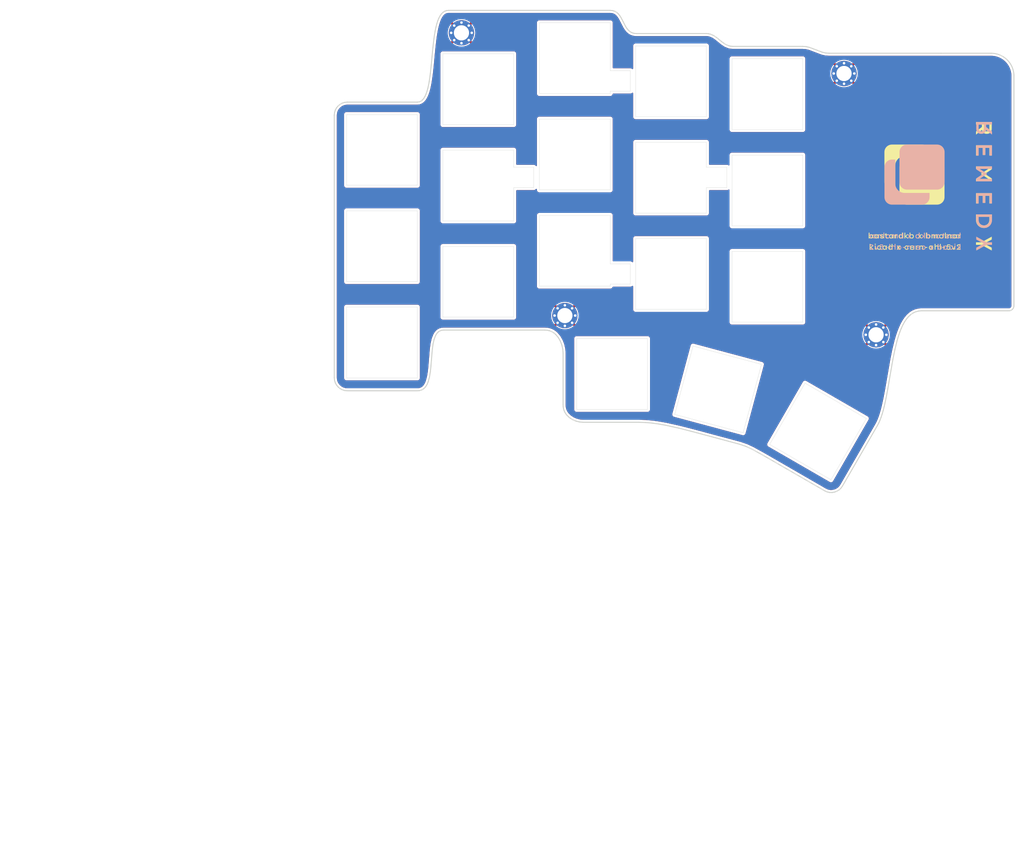
<source format=kicad_pcb>
(kicad_pcb (version 20240108) (generator "pcbnew") (generator_version "8.0")
  (title_block (title "dilemma") (rev "2") (company "bastardkb"))
  (layers (0 "F.Cu" signal) (31 "B.Cu" signal) (34 "B.Paste" user) (35 "F.Paste" user) (36 "B.SilkS" user "B.Silkscreen") (37 "F.SilkS" user "F.Silkscreen") (38 "B.Mask" user) (39 "F.Mask" user) (44 "Edge.Cuts" user))
  (net 0 "")
  (net 1 "GND")
  (footprint "local-libraries:MountingHole_3mm_Pad_Via" (layer "F.Cu") (at 137.538808 30.6525)
    (property "Reference" "H101" (hide yes))
    (property "Value" "NA_M4")
    (pad "1" thru_hole circle (at -2.025 0) (size 0.8 0.8) (drill 0.5) (layers "*.Cu" "*.Mask") (net 1 "GND"))
    (pad "1" thru_hole circle (at -1.431891 -1.431891) (size 0.8 0.8) (drill 0.5) (layers "*.Cu" "*.Mask") (net 1 "GND"))
    (pad "1" thru_hole circle (at -1.431891 1.431891) (size 0.8 0.8) (drill 0.5) (layers "*.Cu" "*.Mask") (net 1 "GND"))
    (pad "1" thru_hole circle (at 0 -2.025) (size 0.8 0.8) (drill 0.5) (layers "*.Cu" "*.Mask") (net 1 "GND"))
    (pad "1" thru_hole circle (at 0 0) (size 5 5) (drill 3) (layers "*.Cu" "*.Mask") (net 1 "GND"))
    (pad "1" thru_hole circle (at 0 2.025) (size 0.8 0.8) (drill 0.5) (layers "*.Cu" "*.Mask") (net 1 "GND"))
    (pad "1" thru_hole circle (at 1.431891 -1.431891) (size 0.8 0.8) (drill 0.5) (layers "*.Cu" "*.Mask") (net 1 "GND"))
    (pad "1" thru_hole circle (at 1.431891 1.431891) (size 0.8 0.8) (drill 0.5) (layers "*.Cu" "*.Mask") (net 1 "GND"))
    (pad "1" thru_hole circle (at 2.025 0) (size 0.8 0.8) (drill 0.5) (layers "*.Cu" "*.Mask") (net 1 "GND"))
  )
  (footprint "local-libraries:MountingHole_3mm_Pad_Via" (layer "F.Cu") (at 219.288808 90.2225)
    (property "Reference" "H102" (hide yes))
    (property "Value" "NA_M4")
    (pad "1" thru_hole circle (at -2.025 0) (size 0.8 0.8) (drill 0.5) (layers "*.Cu" "*.Mask") (net 1 "GND"))
    (pad "1" thru_hole circle (at -1.431891 -1.431891) (size 0.8 0.8) (drill 0.5) (layers "*.Cu" "*.Mask") (net 1 "GND"))
    (pad "1" thru_hole circle (at -1.431891 1.431891) (size 0.8 0.8) (drill 0.5) (layers "*.Cu" "*.Mask") (net 1 "GND"))
    (pad "1" thru_hole circle (at 0 -2.025) (size 0.8 0.8) (drill 0.5) (layers "*.Cu" "*.Mask") (net 1 "GND"))
    (pad "1" thru_hole circle (at 0 0) (size 5 5) (drill 3) (layers "*.Cu" "*.Mask") (net 1 "GND"))
    (pad "1" thru_hole circle (at 0 2.025) (size 0.8 0.8) (drill 0.5) (layers "*.Cu" "*.Mask") (net 1 "GND"))
    (pad "1" thru_hole circle (at 1.431891 -1.431891) (size 0.8 0.8) (drill 0.5) (layers "*.Cu" "*.Mask") (net 1 "GND"))
    (pad "1" thru_hole circle (at 1.431891 1.431891) (size 0.8 0.8) (drill 0.5) (layers "*.Cu" "*.Mask") (net 1 "GND"))
    (pad "1" thru_hole circle (at 2.025 0) (size 0.8 0.8) (drill 0.5) (layers "*.Cu" "*.Mask") (net 1 "GND"))
  )
  (footprint "local-libraries:MountingHole_3mm_Pad_Via" (layer "F.Cu") (at 212.968796 38.671818)
    (property "Reference" "H108" (hide yes))
    (property "Value" "NA_M4")
    (pad "1" thru_hole circle (at -2.025 0) (size 0.8 0.8) (drill 0.5) (layers "*.Cu" "*.Mask") (net 1 "GND"))
    (pad "1" thru_hole circle (at -1.431891 -1.431891) (size 0.8 0.8) (drill 0.5) (layers "*.Cu" "*.Mask") (net 1 "GND"))
    (pad "1" thru_hole circle (at -1.431891 1.431891) (size 0.8 0.8) (drill 0.5) (layers "*.Cu" "*.Mask") (net 1 "GND"))
    (pad "1" thru_hole circle (at 0 -2.025) (size 0.8 0.8) (drill 0.5) (layers "*.Cu" "*.Mask") (net 1 "GND"))
    (pad "1" thru_hole circle (at 0 0) (size 5 5) (drill 3) (layers "*.Cu" "*.Mask") (net 1 "GND"))
    (pad "1" thru_hole circle (at 0 2.025) (size 0.8 0.8) (drill 0.5) (layers "*.Cu" "*.Mask") (net 1 "GND"))
    (pad "1" thru_hole circle (at 1.431891 -1.431891) (size 0.8 0.8) (drill 0.5) (layers "*.Cu" "*.Mask") (net 1 "GND"))
    (pad "1" thru_hole circle (at 1.431891 1.431891) (size 0.8 0.8) (drill 0.5) (layers "*.Cu" "*.Mask") (net 1 "GND"))
    (pad "1" thru_hole circle (at 2.025 0) (size 0.8 0.8) (drill 0.5) (layers "*.Cu" "*.Mask") (net 1 "GND"))
  )
  (footprint "0xB2_drawings:LP602945-PCM-LD-A14348" (layer "F.Cu") (at 216.062871 159.789552 -75)
    (property "Reference" "BT5001" (hide yes))
    (property "Value" "Battery")
  )
  (footprint "local-libraries:dilemma_text" (layer "F.Cu") (at 229.968798 60.921819)
    (property "Reference" "REF**" (hide yes))
    (property "Value" "dilemma_text" (hide yes))
  )
  (footprint "local-libraries:MountingHole_3mm_Pad_Via" (layer "F.Cu") (at 157.926917 86.428109)
    (property "Reference" "H104" (hide yes))
    (property "Value" "NA_M4")
    (pad "1" thru_hole circle (at -2.025 0) (size 0.8 0.8) (drill 0.5) (layers "*.Cu" "*.Mask") (net 1 "GND"))
    (pad "1" thru_hole circle (at -1.431891 -1.431891) (size 0.8 0.8) (drill 0.5) (layers "*.Cu" "*.Mask") (net 1 "GND"))
    (pad "1" thru_hole circle (at -1.431891 1.431891) (size 0.8 0.8) (drill 0.5) (layers "*.Cu" "*.Mask") (net 1 "GND"))
    (pad "1" thru_hole circle (at 0 -2.025) (size 0.8 0.8) (drill 0.5) (layers "*.Cu" "*.Mask") (net 1 "GND"))
    (pad "1" thru_hole circle (at 0 0) (size 5 5) (drill 3) (layers "*.Cu" "*.Mask") (net 1 "GND"))
    (pad "1" thru_hole circle (at 0 2.025) (size 0.8 0.8) (drill 0.5) (layers "*.Cu" "*.Mask") (net 1 "GND"))
    (pad "1" thru_hole circle (at 1.431891 -1.431891) (size 0.8 0.8) (drill 0.5) (layers "*.Cu" "*.Mask") (net 1 "GND"))
    (pad "1" thru_hole circle (at 1.431891 1.431891) (size 0.8 0.8) (drill 0.5) (layers "*.Cu" "*.Mask") (net 1 "GND"))
    (pad "1" thru_hole circle (at 2.025 0) (size 0.8 0.8) (drill 0.5) (layers "*.Cu" "*.Mask") (net 1 "GND"))
  )
  (footprint "local-libraries:SW_Kailh_Choc_V2_1.00u_plate_cutout" (layer "B.Cu") (at 121.863808 72.7475 180)
    (property "Reference" "SW102" (hide yes))
    (property "Value" "NA_SW_Push" (hide yes))
    (fp_line (start 6.975 6.975) (end -6.975 6.975) (stroke (width 0.05)) (layer "Edge.Cuts"))
    (fp_line (start 6.975 -6.975) (end 6.975 6.975) (stroke (width 0.05)) (layer "Edge.Cuts"))
    (fp_line (start -6.975 6.975) (end -6.975 -6.975) (stroke (width 0.05)) (layer "Edge.Cuts"))
    (fp_line (start -6.975 -6.975) (end 6.975 -6.975) (stroke (width 0.05)) (layer "Edge.Cuts"))
  )
  (footprint "local-libraries:SW_Kailh_Choc_V2_1.00u_plate_cutout" (layer "B.Cu") (at 178.863808 40.2225 180)
    (property "Reference" "SW112" (hide yes))
    (property "Value" "NA_SW_Push" (hide yes))
    (fp_line (start 6.975 6.975) (end -6.975 6.975) (stroke (width 0.05)) (layer "Edge.Cuts"))
    (fp_line (start 6.975 -6.975) (end 6.975 6.975) (stroke (width 0.05)) (layer "Edge.Cuts"))
    (fp_line (start -6.975 6.975) (end -6.975 -6.975) (stroke (width 0.05)) (layer "Edge.Cuts"))
    (fp_line (start -6.975 -6.975) (end 6.975 -6.975) (stroke (width 0.05)) (layer "Edge.Cuts"))
  )
  (footprint "local-libraries:SW_Kailh_Choc_V2_1.00u_plate_cutout" (layer "B.Cu") (at 140.863808 79.7725 180)
    (property "Reference" "SW106" (hide yes))
    (property "Value" "NA_SW_Push" (hide yes))
    (fp_line (start 6.975 6.975) (end -6.975 6.975) (stroke (width 0.05)) (layer "Edge.Cuts"))
    (fp_line (start 6.975 -6.975) (end 6.975 6.975) (stroke (width 0.05)) (layer "Edge.Cuts"))
    (fp_line (start -6.975 6.975) (end -6.975 -6.975) (stroke (width 0.05)) (layer "Edge.Cuts"))
    (fp_line (start -6.975 -6.975) (end 6.975 -6.975) (stroke (width 0.05)) (layer "Edge.Cuts"))
  )
  (footprint "local-libraries:SW_Kailh_Choc_V2_1.00u_plate_cutout" (layer "B.Cu") (at 197.863808 61.7475 180)
    (property "Reference" "SW116" (hide yes))
    (property "Value" "NA_SW_Push" (hide yes))
    (fp_line (start 6.975 6.975) (end -6.975 6.975) (stroke (width 0.05)) (layer "Edge.Cuts"))
    (fp_line (start 6.975 -6.975) (end 6.975 6.975) (stroke (width 0.05)) (layer "Edge.Cuts"))
    (fp_line (start -6.975 6.975) (end -6.975 -6.975) (stroke (width 0.05)) (layer "Edge.Cuts"))
    (fp_line (start -6.975 -6.975) (end 6.975 -6.975) (stroke (width 0.05)) (layer "Edge.Cuts"))
  )
  (footprint "local-libraries:SW_Kailh_Choc_V2_1.00u_plate_cutout" (layer "B.Cu") (at 207.838808 109.2975 150)
    (property "Reference" "SW119" (hide yes))
    (property "Value" "NA_SW_Push" (hide yes))
    (fp_line (start 6.975 -6.975) (end 6.975 6.975) (stroke (width 0.05)) (layer "Edge.Cuts"))
    (fp_line (start 6.975 6.975) (end -6.975 6.975) (stroke (width 0.05)) (layer "Edge.Cuts"))
    (fp_line (start -6.975 -6.975) (end 6.975 -6.975) (stroke (width 0.05)) (layer "Edge.Cuts"))
    (fp_line (start -6.975 6.975) (end -6.975 -6.975) (stroke (width 0.05)) (layer "Edge.Cuts"))
  )
  (footprint "local-libraries:SW_Kailh_Choc_V2_1.00u_plate_cutout" (layer "B.Cu") (at 140.863808 41.7725 180)
    (property "Reference" "SW104" (hide yes))
    (property "Value" "NA_SW_Push" (hide yes))
    (fp_line (start 6.975 6.975) (end -6.975 6.975) (stroke (width 0.05)) (layer "Edge.Cuts"))
    (fp_line (start 6.975 -6.975) (end 6.975 6.975) (stroke (width 0.05)) (layer "Edge.Cuts"))
    (fp_line (start -6.975 6.975) (end -6.975 -6.975) (stroke (width 0.05)) (layer "Edge.Cuts"))
    (fp_line (start -6.975 -6.975) (end 6.975 -6.975) (stroke (width 0.05)) (layer "Edge.Cuts"))
  )
  (footprint "local-libraries:SW_Kailh_Choc_V2_1.00u_plate_cutout" (layer "B.Cu") (at 197.863808 80.7475 180)
    (property "Reference" "SW117" (hide yes))
    (property "Value" "NA_SW_Push" (hide yes))
    (fp_line (start 6.975 6.975) (end -6.975 6.975) (stroke (width 0.05)) (layer "Edge.Cuts"))
    (fp_line (start 6.975 -6.975) (end 6.975 6.975) (stroke (width 0.05)) (layer "Edge.Cuts"))
    (fp_line (start -6.975 6.975) (end -6.975 -6.975) (stroke (width 0.05)) (layer "Edge.Cuts"))
    (fp_line (start -6.975 -6.975) (end 6.975 -6.975) (stroke (width 0.05)) (layer "Edge.Cuts"))
  )
  (footprint "local-libraries:SW_Kailh_Choc_V2_1.00u_plate_cutout" (layer "B.Cu") (at 121.863808 53.7475 180)
    (property "Reference" "SW101" (hide yes))
    (property "Value" "NA_SW_Push" (hide yes))
    (fp_line (start 6.975 6.975) (end -6.975 6.975) (stroke (width 0.05)) (layer "Edge.Cuts"))
    (fp_line (start 6.975 -6.975) (end 6.975 6.975) (stroke (width 0.05)) (layer "Edge.Cuts"))
    (fp_line (start -6.975 6.975) (end -6.975 -6.975) (stroke (width 0.05)) (layer "Edge.Cuts"))
    (fp_line (start -6.975 -6.975) (end 6.975 -6.975) (stroke (width 0.05)) (layer "Edge.Cuts"))
  )
  (footprint "local-libraries:SW_Kailh_Choc_V2_1.00u_plate_cutout" (layer "B.Cu") (at 178.863808 78.2225 180)
    (property "Reference" "SW114" (hide yes))
    (property "Value" "NA_SW_Push" (hide yes))
    (fp_line (start 6.975 6.975) (end -6.975 6.975) (stroke (width 0.05)) (layer "Edge.Cuts"))
    (fp_line (start 6.975 -6.975) (end 6.975 6.975) (stroke (width 0.05)) (layer "Edge.Cuts"))
    (fp_line (start -6.975 6.975) (end -6.975 -6.975) (stroke (width 0.05)) (layer "Edge.Cuts"))
    (fp_line (start -6.975 -6.975) (end 6.975 -6.975) (stroke (width 0.05)) (layer "Edge.Cuts"))
  )
  (footprint "local-libraries:SW_Kailh_Choc_V2_1.00u_plate_cutout" (layer "B.Cu") (at 159.888808 54.6475 180)
    (property "Reference" "SW108" (hide yes))
    (property "Value" "NA_SW_Push" (hide yes))
    (fp_line (start 6.975 6.975) (end -6.975 6.975) (stroke (width 0.05)) (layer "Edge.Cuts"))
    (fp_line (start 6.975 -6.975) (end 6.975 6.975) (stroke (width 0.05)) (layer "Edge.Cuts"))
    (fp_line (start -6.975 6.975) (end -6.975 -6.975) (stroke (width 0.05)) (layer "Edge.Cuts"))
    (fp_line (start -6.975 -6.975) (end 6.975 -6.975) (stroke (width 0.05)) (layer "Edge.Cuts"))
  )
  (footprint "local-libraries:SW_Kailh_Choc_V2_1.00u_plate_cutout" (layer "B.Cu") (at 121.863808 91.7475 180)
    (property "Reference" "SW103" (hide yes))
    (property "Value" "NA_SW_Push" (hide yes))
    (fp_line (start 6.975 6.975) (end -6.975 6.975) (stroke (width 0.05)) (layer "Edge.Cuts"))
    (fp_line (start 6.975 -6.975) (end 6.975 6.975) (stroke (width 0.05)) (layer "Edge.Cuts"))
    (fp_line (start -6.975 6.975) (end -6.975 -6.975) (stroke (width 0.05)) (layer "Edge.Cuts"))
    (fp_line (start -6.975 -6.975) (end 6.975 -6.975) (stroke (width 0.05)) (layer "Edge.Cuts"))
  )
  (footprint "local-libraries:SW_Kailh_Choc_V2_1.00u_plate_cutout" (layer "B.Cu") (at 167.238808 97.96 180)
    (property "Reference" "SW3001" (hide yes))
    (property "Value" "NA_SW_Push" (hide yes))
    (fp_line (start 6.975 6.975) (end -6.975 6.975) (stroke (width 0.05)) (layer "Edge.Cuts"))
    (fp_line (start 6.975 -6.975) (end 6.975 6.975) (stroke (width 0.05)) (layer "Edge.Cuts"))
    (fp_line (start -6.975 6.975) (end -6.975 -6.975) (stroke (width 0.05)) (layer "Edge.Cuts"))
    (fp_line (start -6.975 -6.975) (end 6.975 -6.975) (stroke (width 0.05)) (layer "Edge.Cuts"))
  )
  (footprint "local-libraries:SW_Kailh_Choc_V2_1.00u_plate_cutout" (layer "B.Cu") (at 188.138808 100.9975 165)
    (property "Reference" "SW118" (hide yes))
    (property "Value" "NA_SW_Push" (hide yes))
    (fp_line (start 6.974999 -6.975) (end 6.975 6.974999) (stroke (width 0.05)) (layer "Edge.Cuts"))
    (fp_line (start 6.975 6.974999) (end -6.974999 6.975) (stroke (width 0.05)) (layer "Edge.Cuts"))
    (fp_line (start -6.975 -6.974999) (end 6.974999 -6.975) (stroke (width 0.05)) (layer "Edge.Cuts"))
    (fp_line (start -6.974999 6.975) (end -6.975 -6.974999) (stroke (width 0.05)) (layer "Edge.Cuts"))
  )
  (footprint "local-libraries:SW_Kailh_Choc_V2_1.00u_plate_cutout" (layer "B.Cu") (at 197.863808 42.7475 180)
    (property "Reference" "SW115" (hide yes))
    (property "Value" "NA_SW_Push" (hide yes))
    (fp_line (start 6.975 6.975) (end -6.975 6.975) (stroke (width 0.05)) (layer "Edge.Cuts"))
    (fp_line (start 6.975 -6.975) (end 6.975 6.975) (stroke (width 0.05)) (layer "Edge.Cuts"))
    (fp_line (start -6.975 6.975) (end -6.975 -6.975) (stroke (width 0.05)) (layer "Edge.Cuts"))
    (fp_line (start -6.975 -6.975) (end 6.975 -6.975) (stroke (width 0.05)) (layer "Edge.Cuts"))
  )
  (gr_line (start 166.868798 76.2325) (end 166.868798 66.6725) (stroke (width 0.05)) (layer "Edge.Cuts"))
  (gr_line (start 131.609897 95.281467) (end 131.799312 93.017475) (stroke (width 0.2)) (layer "Edge.Cuts"))
  (gr_line (start 130.899102 41.620732) (end 131.047873 40.960231) (stroke (width 0.2)) (layer "Edge.Cuts"))
  (gr_line (start 129.222453 101.239072) (end 129.573001 101.150067) (stroke (width 0.2)) (layer "Edge.Cuts"))
  (gr_line (start 221.594328 100.913514) (end 221.919906 99.012586) (stroke (width 0.2)) (layer "Edge.Cuts"))
  (gr_line (start 185.838798 61.1825) (end 185.838798 66.1975) (stroke (width 0.05)) (layer "Edge.Cuts"))
  (gr_line (start 157.574848 104.016277) (end 157.597033 104.427042) (stroke (width 0.2)) (layer "Edge.Cuts"))
  (gr_line (start 128.835503 101.268882) (end 115.035683 101.268882) (stroke (width 0.2)) (layer "Edge.Cuts"))
  (gr_line (start 157.327505 92.227359) (end 157.511737 93.02951) (stroke (width 0.2)) (layer "Edge.Cuts"))
  (gr_line (start 157.770102 105.163269) (end 157.916015 105.490789) (stroke (width 0.2)) (layer "Edge.Cuts"))
  (gr_line (start 156.634356 90.776229) (end 157.032302 91.469447) (stroke (width 0.2)) (layer "Edge.Cuts"))
  (gr_line (start 172.035569 30.794032) (end 171.549723 30.748638) (stroke (width 0.2)) (layer "Edge.Cuts"))
  (gr_line (start 157.662806 104.809074) (end 157.770102 105.163269) (stroke (width 0.2)) (layer "Edge.Cuts"))
  (gr_line (start 207.428056 33.998942) (end 208.69377 34.476125) (stroke (width 0.2)) (layer "Edge.Cuts"))
  (gr_line (start 223.953686 89.730766) (end 224.24748 88.980574) (stroke (width 0.2)) (layer "Edge.Cuts"))
  (gr_line (start 167.772607 26.398136) (end 167.34642 26.264378) (stroke (width 0.2)) (layer "Edge.Cuts"))
  (gr_line (start 147.838798 57.1825) (end 147.838798 53.7975) (stroke (width 0.05)) (layer "Edge.Cuts"))
  (gr_line (start 170.148003 29.764793) (end 169.897061 29.371478) (stroke (width 0.2)) (layer "Edge.Cuts"))
  (gr_line (start 225.290757 87.104272) (end 225.699308 86.62242) (stroke (width 0.2)) (layer "Edge.Cuts"))
  (gr_line (start 153.96835 89.294052) (end 154.407689 89.320872) (stroke (width 0.2)) (layer "Edge.Cuts"))
  (gr_line (start 168.828808 80.2325) (end 166.868798 80.2325) (stroke (width 0.05)) (layer "Edge.Cuts"))
  (gr_line (start 133.69312 89.323862) (end 134.035645 89.294052) (stroke (width 0.2)) (layer "Edge.Cuts"))
  (gr_line (start 151.778808 61.1825) (end 151.778808 57.1825) (stroke (width 0.05)) (layer "Edge.Cuts"))
  (gr_line (start 187.878808 61.1825) (end 185.838798 61.1825) (stroke (width 0.05)) (layer "Edge.Cuts"))
  (gr_line (start 128.835503 44.319024) (end 129.192679 44.273966) (stroke (width 0.2)) (layer "Edge.Cuts"))
  (gr_line (start 170.828808 38.1325) (end 170.828808 42.1325) (stroke (width 0.05)) (layer "Edge.Cuts"))
  (gr_line (start 168.828808 76.2325) (end 170.828808 76.2325) (stroke (width 0.05)) (layer "Edge.Cuts"))
  (gr_line (start 158.097207 105.792817) (end 158.310185 106.07039) (stroke (width 0.2)) (layer "Edge.Cuts"))
  (gr_line (start 152.913808 66.6725) (end 166.868798 66.6725) (stroke (width 0.05)) (layer "Edge.Cuts"))
  (gr_line (start 152.913808 28.6725) (end 152.913808 42.6225) (stroke (width 0.05)) (layer "Edge.Cuts"))
  (gr_line (start 168.143611 26.613624) (end 167.772607 26.398136) (stroke (width 0.2)) (layer "Edge.Cuts"))
  (gr_line (start 114.50145 44.371797) (end 114.020175 44.524289) (stroke (width 0.2)) (layer "Edge.Cuts"))
  (gr_line (start 114.50145 44.371797) (end 115.035683 44.319024) (stroke (width 0.2)) (layer "Edge.Cuts"))
  (gr_line (start 131.742335 35.269004) (end 131.909805 33.526759) (stroke (width 0.2)) (layer "Edge.Cuts"))
  (gr_line (start 226.618395 85.903503) (end 227.131801 85.67417) (stroke (width 0.2)) (layer "Edge.Cuts"))
  (gr_line (start 171.888808 52.2475) (end 185.838808 52.2475) (stroke (width 0.05)) (layer "Edge.Cuts"))
  (gr_line (start 166.860573 26.218984) (end 134.96835 26.218984) (stroke (width 0.2)) (layer "Edge.Cuts"))
  (gr_line (start 152.913808 28.6725) (end 166.868798 28.6725) (stroke (width 0.05)) (layer "Edge.Cuts"))
  (gr_arc (start 246.470773 84.488994) (mid 246.177873 85.196088) (end 245.470773 85.488974) (stroke (width 0.2)) (layer "Edge.Cuts"))
  (gr_line (start 191.035531 33.319046) (end 204.835605 33.319046) (stroke (width 0.2)) (layer "Edge.Cuts"))
  (gr_line (start 112.460753 46.893954) (end 112.460753 98.693952) (stroke (width 0.2)) (layer "Edge.Cuts"))
  (gr_line (start 186.213826 30.819085) (end 186.57247 30.892907) (stroke (width 0.2)) (layer "Edge.Cuts"))
  (gr_line (start 129.887868 101.003069) (end 130.168189 100.799967) (stroke (width 0.2)) (layer "Edge.Cuts"))
  (gr_line (start 168.828808 76.2325) (end 166.868798 76.2325) (stroke (width 0.05)) (layer "Edge.Cuts"))
  (gr_line (start 166.868798 38.1325) (end 166.868798 28.6725) (stroke (width 0.05)) (layer "Edge.Cuts"))
  (gr_line (start 131.227379 98.57493) (end 131.400203 97.545459) (stroke (width 0.2)) (layer "Edge.Cuts"))
  (gr_line (start 171.123536 30.61488) (end 170.752532 30.399392) (stroke (width 0.2)) (layer "Edge.Cuts"))
  (gr_line (start 219.818976 107.626499) (end 220.058544 107.086712) (stroke (width 0.2)) (layer "Edge.Cuts"))
  (gr_line (start 156.136043 90.1764) (end 156.634356 90.776229) (stroke (width 0.2)) (layer "Edge.Cuts"))
  (gr_line (start 129.816342 43.917245) (end 130.084461 43.610255) (stroke (width 0.2)) (layer "Edge.Cuts"))
  (gr_line (start 157.574848 93.863965) (end 157.574848 104.016277) (stroke (width 0.2)) (layer "Edge.Cuts"))
  (gr_line (start 155.848053 89.922348) (end 156.136043 90.1764) (stroke (width 0.2)) (layer "Edge.Cuts"))
  (gr_line (start 168.466068 26.901016) (end 168.143611 26.613624) (stroke (width 0.2)) (layer "Edge.Cuts"))
  (gr_line (start 131.179126 40.247096) (end 131.399003 38.691044) (stroke (width 0.2)) (layer "Edge.Cuts"))
  (gr_arc (start 241.970753 34.678833) (mid 245.086771 35.930002) (end 246.471666 38.988933) (stroke (width 0.2)) (layer "Edge.Cuts"))
  (gr_line (start 185.838808 52.2475) (end 185.838808 57.1825) (stroke (width 0.05)) (layer "Edge.Cuts"))
  (gr_line (start 132.645353 90.019681) (end 132.861086 89.762967) (stroke (width 0.2)) (layer "Edge.Cuts"))
  (gr_line (start 171.888808 66.1975) (end 171.888808 52.2475) (stroke (width 0.05)) (layer "Edge.Cuts"))
  (gr_line (start 168.828808 42.1325) (end 166.868798 42.1325) (stroke (width 0.05)) (layer "Edge.Cuts"))
  (gr_line (start 115.035683 44.319024) (end 128.835503 44.319024) (stroke (width 0.2)) (layer "Edge.Cuts"))
  (gr_line (start 220.058544 107.086712) (end 220.285382 106.488055) (stroke (width 0.2)) (layer "Edge.Cuts"))
  (gr_line (start 114.50145 101.216108) (end 115.035683 101.268882) (stroke (width 0.2)) (layer "Edge.Cuts"))
  (gr_line (start 130.978247 99.483715) (end 131.227379 98.57493) (stroke (width 0.2)) (layer "Edge.Cuts"))
  (gr_line (start 112.460753 98.693952) (end 112.513527 99.228185) (stroke (width 0.2)) (layer "Edge.Cuts"))
  (gr_line (start 180.403412 108.640558) (end 183.00526 109.303158) (stroke (width 0.2)) (layer "Edge.Cuts"))
  (gr_line (start 147.838808 67.7475) (end 147.838798 61.1825) (stroke (width 0.05)) (layer "Edge.Cuts"))
  (gr_line (start 160.813249 107.421347) (end 161.598525 107.484301) (stroke (width 0.2)) (layer "Edge.Cuts"))
  (gr_line (start 128.835503 101.268882) (end 129.222453 101.239072) (stroke (width 0.2)) (layer "Edge.Cuts"))
  (gr_line (start 132.21846 31.049721) (end 132.104233 31.846964) (stroke (width 0.2)) (layer "Edge.Cuts"))
  (gr_line (start 132.104233 31.846964) (end 131.909805 33.526759) (stroke (width 0.2)) (layer "Edge.Cuts"))
  (gr_line (start 226.141333 86.220756) (end 226.618395 85.903503) (stroke (width 0.2)) (layer "Edge.Cuts"))
  (gr_line (start 130.818314 99.881492) (end 130.978247 99.483715) (stroke (width 0.2)) (layer "Edge.Cuts"))
  (gr_line (start 168.828808 38.1325) (end 170.828808 38.1325) (stroke (width 0.05)) (layer "Edge.Cuts"))
  (gr_line (start 175.14642 107.644768) (end 176.470357 107.829156) (stroke (width 0.2)) (layer "Edge.Cuts"))
  (gr_line (start 220.500122 105.832727) (end 220.703611 105.123643) (stroke (width 0.2)) (layer "Edge.Cuts"))
  (gr_line (start 168.999082 27.641538) (end 168.74814 27.248223) (stroke (width 0.2)) (layer "Edge.Cuts"))
  (gr_line (start 220.285382 106.488055) (end 220.500122 105.832727) (stroke (width 0.2)) (layer "Edge.Cuts"))
  (gr_line (start 129.192679 44.273966) (end 129.519414 44.139434) (stroke (width 0.2)) (layer "Edge.Cuts"))
  (gr_line (start 170.430075 30.111999) (end 170.148003 29.764793) (stroke (width 0.2)) (layer "Edge.Cuts"))
  (gr_line (start 131.399003 38.691044) (end 131.579487 37.011249) (stroke (width 0.2)) (layer "Edge.Cuts"))
  (gr_line (start 134.96835 26.218984) (end 134.570504 26.264042) (stroke (width 0.2)) (layer "Edge.Cuts"))
  (gr_line (start 154.407689 89.320872) (end 154.814053 89.400319) (stroke (width 0.2)) (layer "Edge.Cuts"))
  (gr_line (start 114.020175 44.524289) (end 113.591347 44.763551) (stroke (width 0.2)) (layer "Edge.Cuts"))
  (gr_line (start 209.14873 120.999447) (end 197.197522 114.099537) (stroke (width 0.2)) (layer "Edge.Cuts"))
  (gr_line (start 131.799312 93.017475) (end 131.946448 91.988004) (stroke (width 0.2)) (layer "Edge.Cuts"))
  (gr_line (start 154.814053 89.400319) (end 155.188564 89.529703) (stroke (width 0.2)) (layer "Edge.Cuts"))
  (gr_line (start 112.905281 45.449617) (end 112.666018 45.878446) (stroke (width 0.2)) (layer "Edge.Cuts"))
  (gr_line (start 152.913808 42.6225) (end 166.863808 42.6225) (stroke (width 0.05)) (layer "Edge.Cuts"))
  (gr_line (start 223.68322 90.533149) (end 223.953686 89.730766) (stroke (width 0.2)) (layer "Edge.Cuts"))
  (gr_line (start 130.415456 100.543253) (end 130.631476 100.235943) (stroke (width 0.2)) (layer "Edge.Cuts"))
  (gr_line (start 134.570504 26.264042) (end 134.206107 26.398574) (stroke (width 0.2)) (layer "Edge.Cuts"))
  (gr_line (start 186.57247 30.892907) (end 187.237713 31.170452) (stroke (width 0.2)) (layer "Edge.Cuts"))
  (gr_line (start 112.513527 46.359721) (end 112.460753 46.893954) (stroke (width 0.2)) (layer "Edge.Cuts"))
  (gr_line (start 209.346442 34.625591) (end 210.020507 34.678838) (stroke (width 0.2)) (layer "Edge.Cuts"))
  (gr_line (start 168.828808 42.1325) (end 170.828808 42.1325) (stroke (width 0.05)) (layer "Edge.Cuts"))
  (gr_line (start 228.27128 85.488974) (end 245.470773 85.488974) (stroke (width 0.2)) (layer "Edge.Cuts"))
  (gr_line (start 133.305134 27.315777) (end 133.06435 27.780278) (stroke (width 0.2)) (layer "Edge.Cuts"))
  (gr_line (start 130.325087 43.222231) (end 130.539816 42.75773) (stroke (width 0.2)) (layer "Edge.Cuts"))
  (gr_line (start 171.549723 30.748638) (end 171.123536 30.61488) (stroke (width 0.2)) (layer "Edge.Cuts"))
  (gr_line (start 129.519414 44.139434) (end 129.816342 43.917245) (stroke (width 0.2)) (layer "Edge.Cuts"))
  (gr_line (start 157.511737 93.02951) (end 157.574848 93.863965) (stroke (width 0.2)) (layer "Edge.Cuts"))
  (gr_line (start 157.032302 91.469447) (end 157.327505 92.227359) (stroke (width 0.2)) (layer "Edge.Cuts"))
  (gr_line (start 149.778808 57.1825) (end 151.778808 57.1825) (stroke (width 0.05)) (layer "Edge.Cuts"))
  (gr_line (start 189.878808 57.18284) (end 189.878808 61.182159) (stroke (width 0.05)) (layer "Edge.Cuts"))
  (gr_line (start 158.81794 106.554893) (end 159.415125 106.945796) (stroke (width 0.2)) (layer "Edge.Cuts"))
  (gr_line (start 130.539816 42.75773) (end 130.730479 42.221974) (stroke (width 0.2)) (layer "Edge.Cuts"))
  (gr_line (start 132.457792 90.326991) (end 132.645353 90.019681) (stroke (width 0.2)) (layer "Edge.Cuts"))
  (gr_line (start 187.850409 31.579153) (end 188.435587 32.056539) (stroke (width 0.2)) (layer "Edge.Cuts"))
  (gr_line (start 152.913808 66.6725) (end 152.913808 80.6225) (stroke (width 0.05)) (layer "Edge.Cuts"))
  (gr_line (start 132.494347 29.577776) (end 132.347628 30.290912) (stroke (width 0.2)) (layer "Edge.Cuts"))
  (gr_line (start 130.168189 100.799967) (end 130.415456 100.543253) (stroke (width 0.2)) (layer "Edge.Cuts"))
  (gr_line (start 173.812985 107.525742) (end 175.14642 107.644768) (stroke (width 0.2)) (layer "Edge.Cuts"))
  (gr_line (start 130.730479 42.221974) (end 130.899102 41.620732) (stroke (width 0.2)) (layer "Edge.Cuts"))
  (gr_line (start 147.838808 67.7475) (end 133.888808 67.7475) (stroke (width 0.05)) (layer "Edge.Cuts"))
  (gr_line (start 187.878808 57.1825) (end 189.878798 57.1825) (stroke (width 0.05)) (layer "Edge.Cuts"))
  (gr_line (start 192.389495 111.81766) (end 193.65381 112.247523) (stroke (width 0.2)) (layer "Edge.Cuts"))
  (gr_line (start 112.666018 99.70946) (end 112.905281 100.138288) (stroke (width 0.2)) (layer "Edge.Cuts"))
  (gr_line (start 220.703611 105.123643) (end 220.896888 104.364352) (stroke (width 0.2)) (layer "Edge.Cuts"))
  (gr_line (start 167.34642 26.264378) (end 166.860573 26.218984) (stroke (width 0.2)) (layer "Edge.Cuts"))
  (gr_line (start 190.298705 33.22017) (end 190.657349 33.293992) (stroke (width 0.2)) (layer "Edge.Cuts"))
  (gr_line (start 223.433796 91.381269) (end 223.68322 90.533149) (stroke (width 0.2)) (layer "Edge.Cuts"))
  (gr_line (start 187.878808 61.1825) (end 189.878798 61.1825) (stroke (width 0.05)) (layer "Edge.Cuts"))
  (gr_line (start 112.666018 45.878446) (end 112.513527 46.359721) (stroke (width 0.2)) (layer "Edge.Cuts"))
  (gr_line (start 177.786737 108.06479) (end 180.403412 108.640558) (stroke (width 0.2)) (layer "Edge.Cuts"))
  (gr_line (start 134.035645 89.294052) (end 153.96835 89.294052) (stroke (width 0.2)) (layer "Edge.Cuts"))
  (gr_line (start 222.600152 95.098079) (end 222.988795 93.188231) (stroke (width 0.2)) (layer "Edge.Cuts"))
  (gr_line (start 112.513527 99.228185) (end 112.666018 99.70946) (stroke (width 0.2)) (layer "Edge.Cuts"))
  (gr_line (start 194.86071 112.807122) (end 197.197522 114.099537) (stroke (width 0.2)) (layer "Edge.Cuts"))
  (gr_line (start 188.435587 32.056539) (end 189.020766 32.533925) (stroke (width 0.2)) (layer "Edge.Cuts"))
  (gr_line (start 189.633462 32.942625) (end 190.298705 33.22017) (stroke (width 0.2)) (layer "Edge.Cuts"))
  (gr_line (start 168.74814 27.248223) (end 168.466068 26.901016) (stroke (width 0.2)) (layer "Edge.Cuts"))
  (gr_line (start 219.566281 108.106026) (end 219.818976 107.626499) (stroke (width 0.2)) (layer "Edge.Cuts"))
  (gr_line (start 155.188564 89.529703) (end 155.532709 89.705199) (stroke (width 0.2)) (layer "Edge.Cuts"))
  (gr_line (start 187.878808 57.1825) (end 185.838798 57.1825) (stroke (width 0.05)) (layer "Edge.Cuts"))
  (gr_line (start 187.237713 31.170452) (end 187.850409 31.579153) (stroke (width 0.2)) (layer "Edge.Cuts"))
  (gr_line (start 211.101693 121.253249) (end 211.558979 121.085521) (stroke (width 0.2)) (layer "Edge.Cuts"))
  (gr_line (start 189.020766 32.533925) (end 189.633462 32.942625) (stroke (width 0.2)) (layer "Edge.Cuts"))
  (gr_line (start 224.566837 88.288823) (end 224.913911 87.661501) (stroke (width 0.2)) (layer "Edge.Cuts"))
  (gr_line (start 193.65381 112.247523) (end 194.86071 112.807122) (stroke (width 0.2)) (layer "Edge.Cuts"))
  (gr_line (start 172.46835 107.484301) (end 173.812985 107.525742) (stroke (width 0.2)) (layer "Edge.Cuts"))
  (gr_line (start 133.06435 27.780278) (end 132.850381 28.316034) (stroke (width 0.2)) (layer "Edge.Cuts"))
  (gr_line (start 220.896888 104.364352) (end 221.25781 102.711976) (stroke (width 0.2)) (layer "Edge.Cuts"))
  (gr_line (start 129.573001 101.150067) (end 129.887868 101.003069) (stroke (width 0.2)) (layer "Edge.Cuts"))
  (gr_line (start 222.988795 93.188231) (end 223.433796 91.381269) (stroke (width 0.2)) (layer "Edge.Cuts"))
  (gr_line (start 130.631476 100.235943) (end 130.818314 99.881492) (stroke (width 0.2)) (layer "Edge.Cuts"))
  (gr_line (start 132.861086 89.762967) (end 133.106727 89.559865) (stroke (width 0.2)) (layer "Edge.Cuts"))
  (gr_line (start 159.415125 106.945796) (end 160.083851 107.238034) (stroke (width 0.2)) (layer "Edge.Cuts"))
  (gr_line (start 168.828808 38.1325) (end 166.868798 38.1325) (stroke (width 0.05)) (layer "Edge.Cuts"))
  (gr_line (start 132.850381 28.316034) (end 132.661132 28.917276) (stroke (width 0.2)) (layer "Edge.Cuts"))
  (gr_line (start 133.38371 89.412867) (end 133.69312 89.323862) (stroke (width 0.2)) (layer "Edge.Cuts"))
  (gr_line (start 132.347628 30.290912) (end 132.21846 31.049721) (stroke (width 0.2)) (layer "Edge.Cuts"))
  (gr_line (start 210.621807 121.336633) (end 211.101693 121.253249) (stroke (width 0.2)) (layer "Edge.Cuts"))
  (gr_line (start 170.752532 30.399392) (end 170.430075 30.111999) (stroke (width 0.2)) (layer "Edge.Cuts"))
  (gr_line (start 185.835643 30.794032) (end 172.035569 30.794032) (stroke (width 0.2)) (layer "Edge.Cuts"))
  (gr_line (start 166.863808 42.6225) (end 166.868798 42.1325) (stroke (width 0.05)) (layer "Edge.Cuts"))
  (gr_line (start 211.980597 120.833782) (end 212.353295 120.493241) (stroke (width 0.2)) (layer "Edge.Cuts"))
  (gr_line (start 149.778808 61.1825) (end 147.838798 61.1825) (stroke (width 0.05)) (layer "Edge.Cuts"))
  (gr_line (start 133.888808 53.7975) (end 147.838798 53.7975) (stroke (width 0.05)) (layer "Edge.Cuts"))
  (gr_line (start 210.130806 121.329426) (end 210.621807 121.336633) (stroke (width 0.2)) (layer "Edge.Cuts"))
  (gr_line (start 219.566281 108.106026) (end 212.666117 120.05698) (stroke (width 0.2)) (layer "Edge.Cuts"))
  (gr_line (start 168.828808 80.2325) (end 170.828808 80.2325) (stroke (width 0.05)) (layer "Edge.Cuts"))
  (gr_line (start 169.448071 28.506508) (end 168.999082 27.641538) (stroke (width 0.2)) (layer "Edge.Cuts"))
  (gr_line (start 161.598525 107.484301) (end 172.46835 107.484301) (stroke (width 0.2)) (layer "Edge.Cuts"))
  (gr_line (start 155.532709 89.705199) (end 155.848053 89.922348) (stroke (width 0.2)) (layer "Edge.Cuts"))
  (gr_line (start 113.217441 45.075711) (end 112.905281 45.449617) (stroke (width 0.2)) (layer "Edge.Cuts"))
  (gr_line (start 212.353295 120.493241) (end 212.666117 120.05698) (stroke (width 0.2)) (layer "Edge.Cuts"))
  (gr_line (start 241.970753 34.678833) (end 232.116748 34.678834) (stroke (width 0.2)) (layer "Edge.Cuts"))
  (gr_line (start 131.519727 96.434121) (end 131.609897 95.281467) (stroke (width 0.2)) (layer "Edge.Cuts"))
  (gr_line (start 185.835643 30.794032) (end 186.213826 30.819085) (stroke (width 0.2)) (layer "Edge.Cuts"))
  (gr_line (start 149.778808 57.1825) (end 147.838798 57.1825) (stroke (width 0.05)) (layer "Edge.Cuts"))
  (gr_line (start 204.835605 33.319046) (end 205.50967 33.372293) (stroke (width 0.2)) (layer "Edge.Cuts"))
  (gr_line (start 112.905281 100.138288) (end 113.217441 100.512195) (stroke (width 0.2)) (layer "Edge.Cuts"))
  (gr_line (start 133.106727 89.559865) (end 133.38371 89.412867) (stroke (width 0.2)) (layer "Edge.Cuts"))
  (gr_line (start 221.25781 102.711976) (end 221.594328 100.913514) (stroke (width 0.2)) (layer "Edge.Cuts"))
  (gr_line (start 131.579487 37.011249) (end 131.742335 35.269004) (stroke (width 0.2)) (layer "Edge.Cuts"))
  (gr_line (start 152.913808 80.6225) (end 166.863808 80.6225) (stroke (width 0.05)) (layer "Edge.Cuts"))
  (gr_line (start 132.159009 91.079219) (end 132.457792 90.326991) (stroke (width 0.2)) (layer "Edge.Cuts"))
  (gr_line (start 170.828808 80.2325) (end 170.828808 76.2325) (stroke (width 0.05)) (layer "Edge.Cuts"))
  (gr_line (start 209.637771 121.220854) (end 210.130806 121.329426) (stroke (width 0.2)) (layer "Edge.Cuts"))
  (gr_line (start 149.778808 61.1825) (end 151.778808 61.1825) (stroke (width 0.05)) (layer "Edge.Cuts"))
  (gr_line (start 133.874496 26.620763) (end 133.57463 26.927753) (stroke (width 0.2)) (layer "Edge.Cuts"))
  (gr_line (start 134.206107 26.398574) (end 133.874496 26.620763) (stroke (width 0.2)) (layer "Edge.Cuts"))
  (gr_line (start 131.946448 91.988004) (end 132.159009 91.079219) (stroke (width 0.2)) (layer "Edge.Cuts"))
  (gr_line (start 157.916015 105.490789) (end 158.097207 105.792817) (stroke (width 0.2)) (layer "Edge.Cuts"))
  (gr_line (start 157.597033 104.427042) (end 157.662806 104.809074) (stroke (width 0.2)) (layer "Edge.Cuts"))
  (gr_line (start 171.888808 66.1975) (end 185.838798 66.1975) (stroke (width 0.05)) (layer "Edge.Cuts"))
  (gr_line (start 130.084461 43.610255) (end 130.325087 43.222231) (stroke (width 0.2)) (layer "Edge.Cuts"))
  (gr_line (start 206.162343 33.521759) (end 207.428056 33.998942) (stroke (width 0.2)) (layer "Edge.Cuts"))
  (gr_line (start 166.863808 80.6225) (end 166.868798 80.2325) (stroke (width 0.05)) (layer "Edge.Cuts"))
  (gr_line (start 133.57463 26.927753) (end 133.305134 27.315777) (stroke (width 0.2)) (layer "Edge.Cuts"))
  (gr_line (start 131.047873 40.960231) (end 131.179126 40.247096) (stroke (width 0.2)) (layer "Edge.Cuts"))
  (gr_line (start 114.020175 101.063617) (end 114.50145 101.216108) (stroke (width 0.2)) (layer "Edge.Cuts"))
  (gr_line (start 190.657349 33.293992) (end 191.035531 33.319046) (stroke (width 0.2)) (layer "Edge.Cuts"))
  (gr_line (start 160.083851 107.238034) (end 160.813249 107.421347) (stroke (width 0.2)) (layer "Edge.Cuts"))
  (gr_line (start 113.217441 100.512195) (end 113.591347 100.824355) (stroke (width 0.2)) (layer "Edge.Cuts"))
  (gr_line (start 131.400203 97.545459) (end 131.519727 96.434121) (stroke (width 0.2)) (layer "Edge.Cuts"))
  (gr_line (start 221.919906 99.012586) (end 222.600152 95.098079) (stroke (width 0.2)) (layer "Edge.Cuts"))
  (gr_line (start 169.897061 29.371478) (end 169.448071 28.506508) (stroke (width 0.2)) (layer "Edge.Cuts"))
  (gr_line (start 208.69377 34.476125) (end 209.346442 34.625591) (stroke (width 0.2)) (layer "Edge.Cuts"))
  (gr_line (start 227.131801 85.67417) (end 227.682549 85.535424) (stroke (width 0.2)) (layer "Edge.Cuts"))
  (gr_line (start 113.591347 100.824355) (end 114.020175 101.063617) (stroke (width 0.2)) (layer "Edge.Cuts"))
  (gr_line (start 224.913911 87.661501) (end 225.290757 87.104272) (stroke (width 0.2)) (layer "Edge.Cuts"))
  (gr_line (start 133.888808 53.7975) (end 133.888808 67.7475) (stroke (width 0.05)) (layer "Edge.Cuts"))
  (gr_line (start 225.699308 86.62242) (end 226.141333 86.220756) (stroke (width 0.2)) (layer "Edge.Cuts"))
  (gr_line (start 224.24748 88.980574) (end 224.566837 88.288823) (stroke (width 0.2)) (layer "Edge.Cuts"))
  (gr_line (start 246.470773 84.488994) (end 246.471666 38.988933) (stroke (width 0.2)) (layer "Edge.Cuts"))
  (gr_line (start 176.470357 107.829156) (end 177.786737 108.06479) (stroke (width 0.2)) (layer "Edge.Cuts"))
  (gr_line (start 205.50967 33.372293) (end 206.162343 33.521759) (stroke (width 0.2)) (layer "Edge.Cuts"))
  (gr_line (start 183.00526 109.303158) (end 192.389495 111.81766) (stroke (width 0.2)) (layer "Edge.Cuts"))
  (gr_line (start 158.310185 106.07039) (end 158.81794 106.554893) (stroke (width 0.2)) (layer "Edge.Cuts"))
  (gr_line (start 232.116748 34.678834) (end 210.020507 34.678838) (stroke (width 0.2)) (layer "Edge.Cuts"))
  (gr_line (start 132.661132 28.917276) (end 132.494347 29.577776) (stroke (width 0.2)) (layer "Edge.Cuts"))
  (gr_line (start 227.682549 85.535424) (end 228.27128 85.488974) (stroke (width 0.2)) (layer "Edge.Cuts"))
  (gr_line (start 113.591347 44.763551) (end 113.217441 45.075711) (stroke (width 0.2)) (layer "Edge.Cuts"))
  (gr_line (start 211.558979 121.085521) (end 211.980597 120.833782) (stroke (width 0.2)) (layer "Edge.Cuts"))
  (gr_line (start 209.14873 120.999447) (end 209.637771 121.220854) (stroke (width 0.2)) (layer "Edge.Cuts"))
  (zone (net 1) (net_name "GND") (layer "F.Cu") (connect_pads (clearance 0.15)) (min_thickness 0.25) (fill yes (thermal_gap 0.5) (thermal_bridge_width 0.5))
    (polygon (pts (xy 247.868798 24.571819) (xy 247.868798 122.571819) (xy 110.968798 122.671819) (xy 110.968798 24.671819)))
  )
  (zone (net 0) (net_name "") (layer "B.Cu") (priority 1) (connect_pads (clearance 0.15)) (min_thickness 0.25) (fill yes (thermal_gap 0.5) (thermal_bridge_width 0.5) (island_removal_mode 1) (island_area_min 10))
    (polygon (pts (xy 109.068798 24.171819) (xy 248.468798 24.571819) (xy 248.268798 123.271819) (xy 110.268798 122.971819)))
  )
)
</source>
